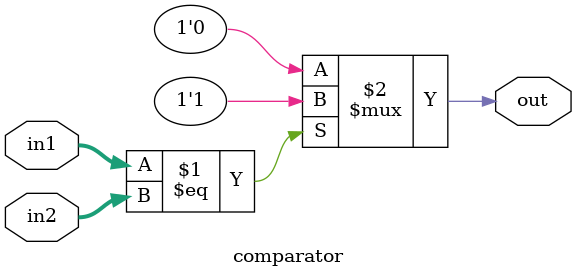
<source format=v>
module comparator (
    in1,
    in2,
    out
);
input [63:0]in1,in2;
output out;
assign out=(in1==in2)?1'b1:1'b0;    
endmodule
</source>
